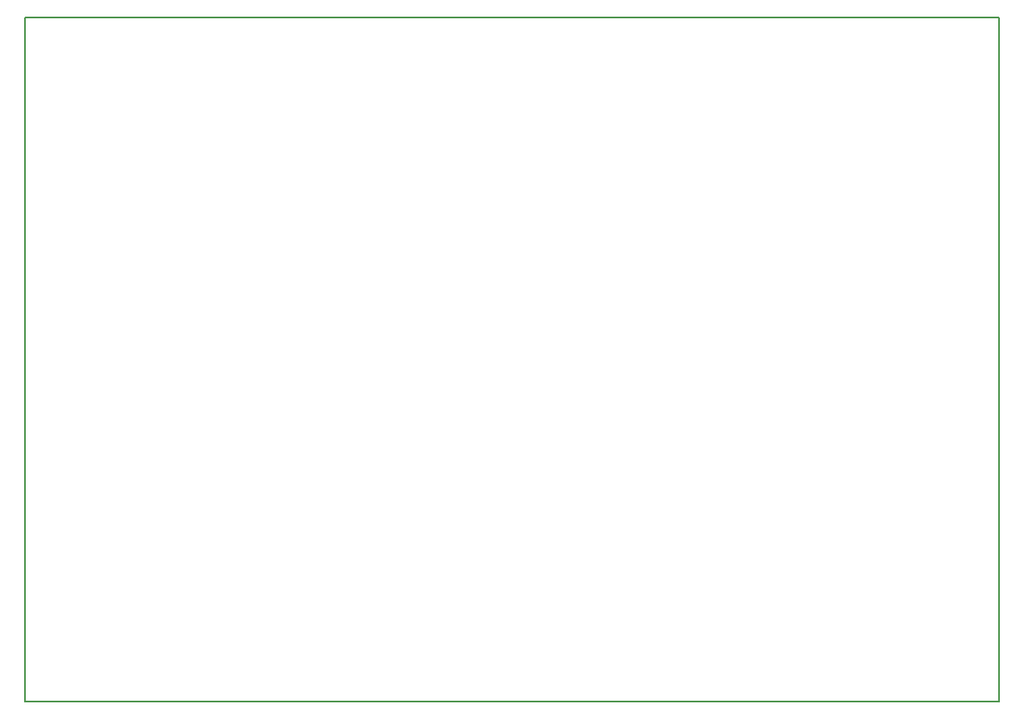
<source format=gbr>
%TF.GenerationSoftware,KiCad,Pcbnew,(6.0.7)*%
%TF.CreationDate,2023-03-15T17:16:25-04:00*%
%TF.ProjectId,NPN Tracer V2,4e504e20-5472-4616-9365-722056322e6b,rev?*%
%TF.SameCoordinates,Original*%
%TF.FileFunction,Profile,NP*%
%FSLAX46Y46*%
G04 Gerber Fmt 4.6, Leading zero omitted, Abs format (unit mm)*
G04 Created by KiCad (PCBNEW (6.0.7)) date 2023-03-15 17:16:25*
%MOMM*%
%LPD*%
G01*
G04 APERTURE LIST*
%TA.AperFunction,Profile*%
%ADD10C,0.150000*%
%TD*%
G04 APERTURE END LIST*
D10*
X182245000Y-52451000D02*
X83185000Y-52451000D01*
X83185000Y-52451000D02*
X83185000Y-121983500D01*
X83185000Y-121983500D02*
X182245000Y-121983500D01*
X182245000Y-121983500D02*
X182245000Y-52451000D01*
M02*

</source>
